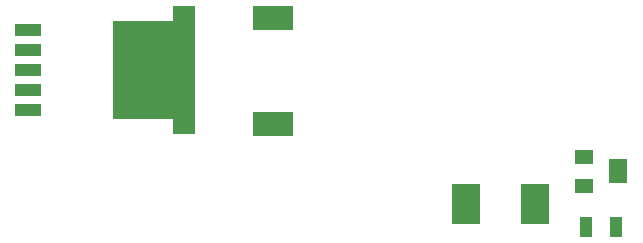
<source format=gtp>
G04*
G04 #@! TF.GenerationSoftware,Altium Limited,Altium Designer,24.5.2 (23)*
G04*
G04 Layer_Color=8421504*
%FSLAX44Y44*%
%MOMM*%
G71*
G04*
G04 #@! TF.SameCoordinates,94DAE4BB-7CB6-4CAD-B1A7-A745C2884CEA*
G04*
G04*
G04 #@! TF.FilePolarity,Positive*
G04*
G01*
G75*
%ADD14C,6.2910*%
%ADD15R,2.1600X1.0700*%
%ADD16R,1.6000X1.3000*%
%ADD17R,1.6000X2.0000*%
%ADD18R,2.4130X3.4290*%
%ADD19R,1.0557X1.6582*%
%ADD20R,3.5000X2.0000*%
G36*
X449200Y122000D02*
X430100D01*
Y134350D01*
X379300D01*
Y217650D01*
X430100D01*
Y230000D01*
X449200D01*
Y122000D01*
D02*
G37*
D14*
X414250Y176000D02*
D03*
D15*
X307500Y210000D02*
D03*
Y193000D02*
D03*
Y176000D02*
D03*
Y159000D02*
D03*
Y142000D02*
D03*
D16*
X778000Y102500D02*
D03*
Y77500D02*
D03*
D17*
X807000Y90000D02*
D03*
D18*
X736710Y62500D02*
D03*
X678290D02*
D03*
D19*
X805263Y42500D02*
D03*
X779738D02*
D03*
D20*
X515000Y130000D02*
D03*
Y220000D02*
D03*
M02*

</source>
